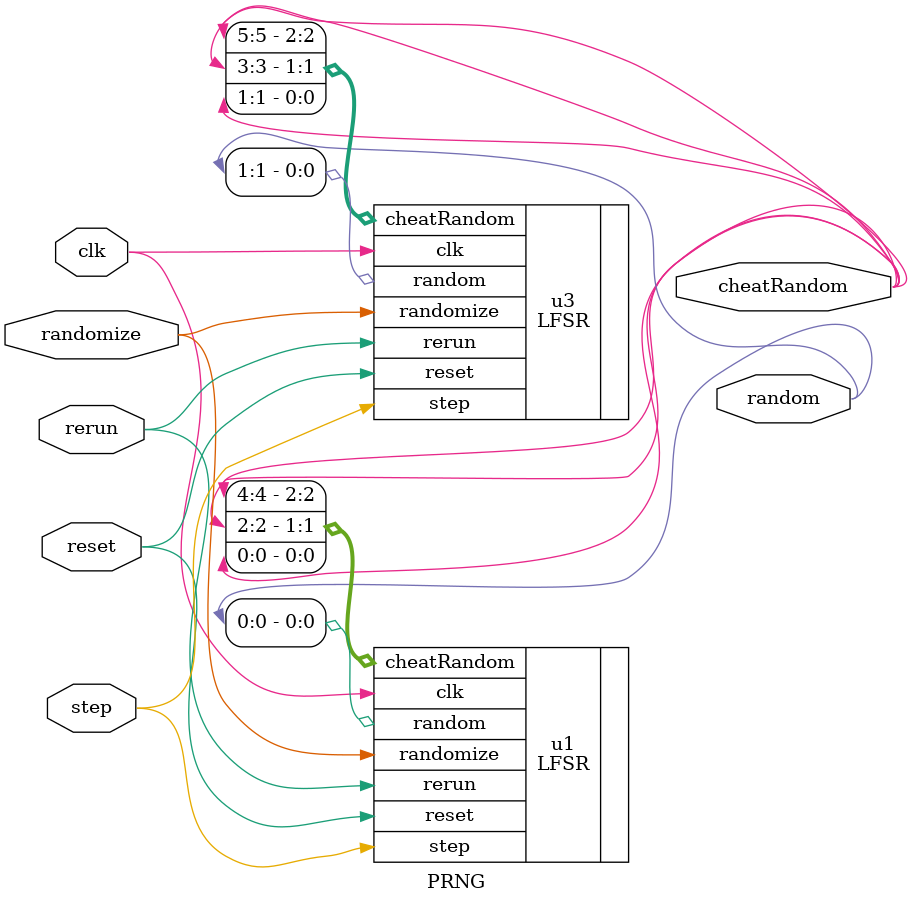
<source format=v>

module PRNG (output [5:0] cheatRandom, output [1:0] random, input step, rerun, randomize, clk,reset);


  LFSR u1 (.cheatRandom({cheatRandom[4], cheatRandom[2], cheatRandom[0]}), .random(random[0]), .step(step), .rerun(rerun), .randomize(randomize), .clk(clk), .reset(reset));

  LFSR #(.FILL(16'h0001)) u3 (.cheatRandom({cheatRandom[5], cheatRandom[3], cheatRandom[1]}), .random(random[1]), .step(step), .rerun(rerun), .randomize(randomize), .clk(clk), .reset(reset));
 

endmodule

</source>
